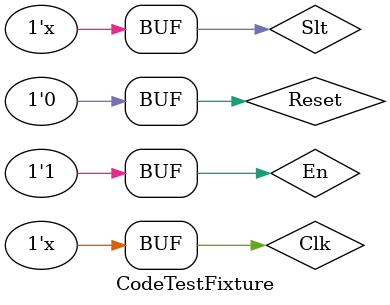
<source format=v>
`timescale 1ns / 1ps


module CodeTestFixture;

	// Inputs
	reg Clk;
	reg Reset;
	reg Slt;
	reg En;

	// Outputs
	wire [63:0] Output0;
	wire [63:0] Output1;

	// Instantiate the Unit Under Test (UUT)
	code uut (
		.Clk(Clk), 
		.Reset(Reset), 
		.Slt(Slt), 
		.En(En), 
		.Output0(Output0), 
		.Output1(Output1)
	);

	initial begin
		// Initialize Inputs
		Clk = 1;
		Reset = 0;
		Slt = 0;
		En = 1;
	end
      
	always begin
		#3 Clk=~Clk;
		#1 Slt=~Slt;
		#2 Slt=~Slt;
		 
	end	
endmodule


</source>
